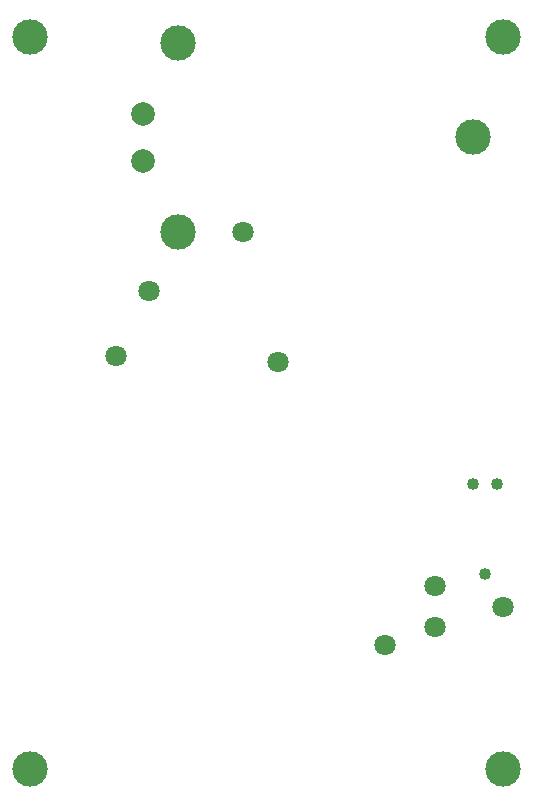
<source format=gbr>
%TF.GenerationSoftware,KiCad,Pcbnew,(5.1.9)-1*%
%TF.CreationDate,2021-03-12T11:46:57-05:00*%
%TF.ProjectId,SensorDemo,53656e73-6f72-4446-956d-6f2e6b696361,rev?*%
%TF.SameCoordinates,PX700e860PY7735940*%
%TF.FileFunction,Soldermask,Bot*%
%TF.FilePolarity,Negative*%
%FSLAX46Y46*%
G04 Gerber Fmt 4.6, Leading zero omitted, Abs format (unit mm)*
G04 Created by KiCad (PCBNEW (5.1.9)-1) date 2021-03-12 11:46:57*
%MOMM*%
%LPD*%
G01*
G04 APERTURE LIST*
%ADD10C,3.000000*%
%ADD11C,1.800000*%
%ADD12C,1.016000*%
%ADD13C,2.000000*%
G04 APERTURE END LIST*
D10*
%TO.C,MH4*%
X15500000Y64500000D03*
%TD*%
%TO.C,MH2*%
X15500000Y48500000D03*
%TD*%
%TO.C,MH1*%
X3000000Y3000000D03*
%TD*%
%TO.C,MH3*%
X43000000Y3000000D03*
%TD*%
%TO.C,MH5*%
X3000000Y65000000D03*
%TD*%
%TO.C,MH6*%
X40500000Y56500000D03*
%TD*%
%TO.C,MH7*%
X43000000Y65000000D03*
%TD*%
D11*
%TO.C,Vsen*%
X13000000Y43500000D03*
%TD*%
%TO.C,Vdac*%
X10250000Y38000000D03*
%TD*%
%TO.C,sensVal*%
X24000000Y37500000D03*
%TD*%
%TO.C,5V*%
X43000000Y16750000D03*
%TD*%
%TO.C,3V3*%
X21000000Y48500000D03*
%TD*%
%TO.C,~CS*%
X33000000Y13500000D03*
%TD*%
%TO.C,DIN*%
X37250000Y15000000D03*
%TD*%
%TO.C,SCK*%
X37250000Y18500000D03*
%TD*%
D12*
%TO.C,P1*%
X42516000Y27120000D03*
X40484000Y27120000D03*
X41500000Y19500000D03*
%TD*%
D13*
%TO.C,TP3*%
X12500000Y54500000D03*
%TD*%
%TO.C,TP4*%
X12500000Y58500000D03*
%TD*%
M02*

</source>
